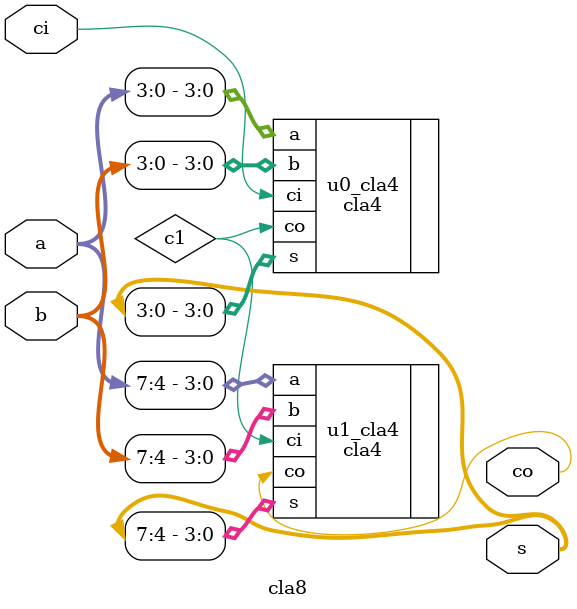
<source format=v>
module cla8(a, b, ci, co, s);
	input [7:0] a, b;
	input ci;
	output co;
	output [7:0] s;
	
	wire c1;
	
	cla4 u0_cla4(.a(a[3:0]), .b(b[3:0]), .ci(ci), .co(c1), .s(s[3:0]));
	cla4 u1_cla4(.a(a[7:4]), .b(b[7:4]), .ci(c1), .co(co), .s(s[7:4]));
endmodule

</source>
